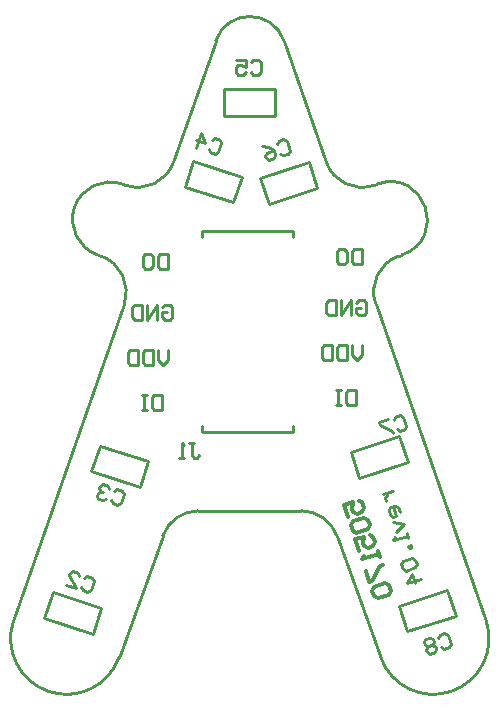
<source format=gbo>
%FSLAX25Y25*%
%MOIN*%
G70*
G01*
G75*
G04 Layer_Color=33789*
%ADD10R,0.05000X0.08000*%
%ADD11R,0.05906X0.05906*%
%ADD12P,0.08352X4X297.0*%
%ADD13P,0.08352X4X207.0*%
%ADD14R,0.05906X0.05906*%
%ADD15P,0.08352X4X63.0*%
%ADD16P,0.08352X4X153.0*%
%ADD17C,0.02500*%
%ADD18C,0.16500*%
%ADD19C,0.04000*%
%ADD20R,0.17716X0.12205*%
G04:AMPARAMS|DCode=21|XSize=80mil|YSize=50mil|CornerRadius=0mil|HoleSize=0mil|Usage=FLASHONLY|Rotation=108.000|XOffset=0mil|YOffset=0mil|HoleType=Round|Shape=Rectangle|*
%AMROTATEDRECTD21*
4,1,4,0.03614,-0.03032,-0.01142,-0.04577,-0.03614,0.03032,0.01142,0.04577,0.03614,-0.03032,0.0*
%
%ADD21ROTATEDRECTD21*%

G04:AMPARAMS|DCode=22|XSize=80mil|YSize=50mil|CornerRadius=0mil|HoleSize=0mil|Usage=FLASHONLY|Rotation=252.000|XOffset=0mil|YOffset=0mil|HoleType=Round|Shape=Rectangle|*
%AMROTATEDRECTD22*
4,1,4,-0.01142,0.04577,0.03614,0.03032,0.01142,-0.04577,-0.03614,-0.03032,-0.01142,0.04577,0.0*
%
%ADD22ROTATEDRECTD22*%

%ADD23C,0.01000*%
%ADD24C,0.01200*%
D23*
X591680Y568485D02*
G03*
X568975Y568485I-11353J-3958D01*
G01*
X631077Y497099D02*
G03*
X622847Y520706I-4115J11803D01*
G01*
X623977Y362867D02*
G03*
X659143Y374972I17491J6321D01*
G01*
X605794Y527999D02*
G03*
X621712Y520310I11803J4115D01*
G01*
X629942Y496704D02*
G03*
X622254Y480786I4115J-11803D01*
G01*
X609286Y403519D02*
G03*
X597530Y411770I-11756J-4248D01*
G01*
X563125D02*
G03*
X551369Y403519I0J-12500D01*
G01*
X538402Y480786D02*
G03*
X530713Y496704I-11803J4115D01*
G01*
X538943Y520310D02*
G03*
X554861Y527999I4115J11803D01*
G01*
X501513Y374972D02*
G03*
X536679Y362867I17675J-5783D01*
G01*
X537808Y520706D02*
G03*
X529578Y497099I-4115J-11803D01*
G01*
X621712Y520310D02*
X622847Y520706D01*
X591680Y568485D02*
X605794Y527999D01*
X629942Y496704D02*
X631077Y497099D01*
X622254Y480786D02*
X659143Y374972D01*
X580328Y411770D02*
X597530D01*
X609286Y403519D02*
X623977Y362867D01*
X536679D02*
X551369Y403519D01*
X563125Y411770D02*
X580328D01*
X501513Y374972D02*
X538402Y480786D01*
X529578Y497099D02*
X530713Y496704D01*
X554861Y527999D02*
X568975Y568485D01*
X537808Y520706D02*
X538943Y520310D01*
X594759Y438209D02*
Y440178D01*
X564247Y438209D02*
X594759D01*
X564247D02*
Y440178D01*
X594759Y503170D02*
Y505139D01*
X564247D02*
X594759D01*
X564247Y503170D02*
Y505139D01*
X571784Y543384D02*
X588816Y543384D01*
X571784Y543384D02*
Y552416D01*
X588816Y552416D01*
Y543384D02*
Y552416D01*
X586596Y514074D02*
X602794Y519337D01*
X583806Y522663D02*
X586596Y514074D01*
X583806Y522663D02*
X600003Y527926D01*
X602794Y519337D01*
X629906Y380163D02*
X646103Y385426D01*
X648894Y376837D01*
X632696Y371574D02*
X648894Y376837D01*
X629906Y380163D02*
X632696Y371574D01*
X561397Y528426D02*
X577594Y523163D01*
X574803Y514574D02*
X577594Y523163D01*
X558606Y519837D02*
X574803Y514574D01*
X558606Y519837D02*
X561397Y528426D01*
X530266Y433526D02*
X546464Y428263D01*
X543673Y419673D02*
X546464Y428263D01*
X527475Y424936D02*
X543673Y419673D01*
X527475Y424936D02*
X530266Y433526D01*
X514597Y384726D02*
X530794Y379463D01*
X528004Y370874D02*
X530794Y379463D01*
X511806Y376137D02*
X528004Y370874D01*
X511806Y376137D02*
X514597Y384726D01*
X630203Y436726D02*
X632994Y428137D01*
X614006Y431463D02*
X630203Y436726D01*
X614006Y431463D02*
X616796Y422874D01*
X632994Y428137D01*
X628306Y442084D02*
X628841Y443134D01*
X630426Y443648D01*
X631475Y443114D01*
X632505Y439945D01*
X631970Y438895D01*
X630385Y438380D01*
X629336Y438915D01*
X626464Y442361D02*
X623295Y441332D01*
X623552Y440539D01*
X627751Y438400D01*
X628009Y437608D01*
X560168Y434498D02*
X561834D01*
X561001D01*
Y430333D01*
X561834Y429500D01*
X562667D01*
X563500Y430333D01*
X558502Y429500D02*
X556836D01*
X557669D01*
Y434498D01*
X558502Y433665D01*
X525118Y389491D02*
X526168Y390026D01*
X527752Y389511D01*
X528287Y388461D01*
X527257Y385292D01*
X526208Y384757D01*
X524623Y385272D01*
X524088Y386322D01*
X519077Y387074D02*
X522246Y386045D01*
X520107Y390244D01*
X520364Y391036D01*
X521414Y391571D01*
X522999Y391056D01*
X523533Y390006D01*
X535118Y418491D02*
X536168Y419026D01*
X537752Y418511D01*
X538287Y417461D01*
X537257Y414292D01*
X536208Y413757D01*
X534623Y414272D01*
X534088Y415322D01*
X533533Y419006D02*
X532999Y420056D01*
X531414Y420571D01*
X530364Y420036D01*
X530107Y419243D01*
X530642Y418194D01*
X531434Y417936D01*
X530642Y418194D01*
X529592Y417659D01*
X529334Y416867D01*
X529869Y415817D01*
X531454Y415302D01*
X532504Y415837D01*
X567618Y535491D02*
X568668Y536026D01*
X570252Y535511D01*
X570787Y534461D01*
X569757Y531292D01*
X568708Y530757D01*
X567123Y531272D01*
X566588Y532322D01*
X562369Y532817D02*
X563914Y537571D01*
X565519Y534421D01*
X562349Y535451D01*
X643044Y369432D02*
X643578Y370481D01*
X645163Y370996D01*
X646213Y370462D01*
X647243Y367292D01*
X646708Y366243D01*
X645123Y365728D01*
X644073Y366263D01*
X641459Y368917D02*
X640409Y369452D01*
X638825Y368937D01*
X638290Y367887D01*
X638547Y367095D01*
X639597Y366560D01*
X639062Y365510D01*
X639320Y364718D01*
X640369Y364183D01*
X641954Y364698D01*
X642489Y365748D01*
X642231Y366540D01*
X641182Y367075D01*
X641716Y368125D01*
X641459Y368917D01*
X641182Y367075D02*
X639597Y366560D01*
X589387Y534002D02*
X589922Y535051D01*
X591506Y535566D01*
X592556Y535031D01*
X593586Y531862D01*
X593051Y530812D01*
X591467Y530298D01*
X590417Y530832D01*
X584376Y533249D02*
X586218Y532972D01*
X588317Y531902D01*
X588832Y530317D01*
X588297Y529268D01*
X586713Y528753D01*
X585663Y529288D01*
X585406Y530080D01*
X585941Y531130D01*
X588317Y531902D01*
X580586Y561247D02*
X581419Y562080D01*
X583085D01*
X583918Y561247D01*
Y557915D01*
X583085Y557082D01*
X581419D01*
X580586Y557915D01*
X575588Y562080D02*
X578920D01*
Y559581D01*
X577254Y560414D01*
X576421D01*
X575588Y559581D01*
Y557915D01*
X576421Y557082D01*
X578087D01*
X578920Y557915D01*
X551000Y450498D02*
Y445500D01*
X548501D01*
X547668Y446333D01*
Y449665D01*
X548501Y450498D01*
X551000D01*
X546002D02*
X544336D01*
X545169D01*
Y445500D01*
X546002D01*
X544336D01*
X553000Y465498D02*
Y462166D01*
X551334Y460500D01*
X549668Y462166D01*
Y465498D01*
X548002D02*
Y460500D01*
X545502D01*
X544669Y461333D01*
Y464665D01*
X545502Y465498D01*
X548002D01*
X543003D02*
Y460500D01*
X540504D01*
X539671Y461333D01*
Y464665D01*
X540504Y465498D01*
X543003D01*
X551168Y479665D02*
X552001Y480498D01*
X553667D01*
X554500Y479665D01*
Y476333D01*
X553667Y475500D01*
X552001D01*
X551168Y476333D01*
Y477999D01*
X552834D01*
X549502Y475500D02*
Y480498D01*
X546169Y475500D01*
Y480498D01*
X544503D02*
Y475500D01*
X542004D01*
X541171Y476333D01*
Y479665D01*
X542004Y480498D01*
X544503D01*
X553000Y497498D02*
Y492500D01*
X550501D01*
X549668Y493333D01*
Y496665D01*
X550501Y497498D01*
X553000D01*
X545502D02*
X547169D01*
X548002Y496665D01*
Y493333D01*
X547169Y492500D01*
X545502D01*
X544669Y493333D01*
Y496665D01*
X545502Y497498D01*
X624831Y417470D02*
X628000Y418500D01*
X626415Y417985D01*
X625881Y416935D01*
X625346Y415886D01*
X625603Y415093D01*
X630317Y411369D02*
X629802Y412954D01*
X628752Y413489D01*
X627168Y412974D01*
X626633Y411924D01*
X627148Y410340D01*
X628197Y409805D01*
X628990Y410062D01*
X627960Y413231D01*
X627920Y407963D02*
X631604Y407408D01*
X628950Y404794D01*
X632634Y404239D02*
X633149Y402654D01*
X632891Y403446D01*
X628137Y401902D01*
X628672Y402952D01*
X633921Y400277D02*
X633129Y400020D01*
X633386Y399228D01*
X634178Y399485D01*
X633921Y400277D01*
X631247Y395029D02*
X630712Y393979D01*
X631227Y392394D01*
X632276Y391860D01*
X635445Y392889D01*
X635980Y393939D01*
X635465Y395524D01*
X634416Y396058D01*
X631247Y395029D01*
X637525Y389185D02*
X632771Y387641D01*
X634376Y390790D01*
X635405Y387621D01*
X617700Y498998D02*
Y494000D01*
X615201D01*
X614368Y494833D01*
Y498165D01*
X615201Y498998D01*
X617700D01*
X610202D02*
X611869D01*
X612702Y498165D01*
Y494833D01*
X611869Y494000D01*
X610202D01*
X609369Y494833D01*
Y498165D01*
X610202Y498998D01*
X615868Y481165D02*
X616701Y481998D01*
X618367D01*
X619200Y481165D01*
Y477833D01*
X618367Y477000D01*
X616701D01*
X615868Y477833D01*
Y479499D01*
X617534D01*
X614202Y477000D02*
Y481998D01*
X610869Y477000D01*
Y481998D01*
X609203D02*
Y477000D01*
X606704D01*
X605871Y477833D01*
Y481165D01*
X606704Y481998D01*
X609203D01*
X617700Y466998D02*
Y463666D01*
X616034Y462000D01*
X614368Y463666D01*
Y466998D01*
X612702D02*
Y462000D01*
X610202D01*
X609369Y462833D01*
Y466165D01*
X610202Y466998D01*
X612702D01*
X607703D02*
Y462000D01*
X605204D01*
X604371Y462833D01*
Y466165D01*
X605204Y466998D01*
X607703D01*
X615700Y451998D02*
Y447000D01*
X613201D01*
X612368Y447833D01*
Y451165D01*
X613201Y451998D01*
X615700D01*
X610702D02*
X609035D01*
X609869D01*
Y447000D01*
X610702D01*
X609035D01*
D24*
X613031Y409843D02*
X611796Y413647D01*
X614648Y414573D01*
X614315Y412363D01*
X614624Y411412D01*
X615883Y410770D01*
X617785Y411388D01*
X618427Y412648D01*
X617809Y414549D01*
X616549Y415191D01*
X614600Y408251D02*
X613958Y406991D01*
X614576Y405090D01*
X615835Y404448D01*
X619638Y405684D01*
X620280Y406943D01*
X619662Y408845D01*
X618403Y409487D01*
X614600Y408251D01*
X616738Y398434D02*
X615503Y402238D01*
X618355Y403164D01*
X618022Y400954D01*
X618331Y400003D01*
X619590Y399361D01*
X621492Y399979D01*
X622134Y401239D01*
X621516Y403140D01*
X620256Y403782D01*
X623061Y398387D02*
X623678Y396485D01*
X623369Y397436D01*
X617665Y395582D01*
X618307Y396842D01*
X618901Y391779D02*
X620136Y387976D01*
X621087Y388285D01*
X623654Y393324D01*
X624605Y393633D01*
X621705Y386384D02*
X621063Y385124D01*
X621681Y383223D01*
X622940Y382581D01*
X626744Y383816D01*
X627385Y385076D01*
X626767Y386978D01*
X625508Y387619D01*
X621705Y386384D01*
M02*

</source>
